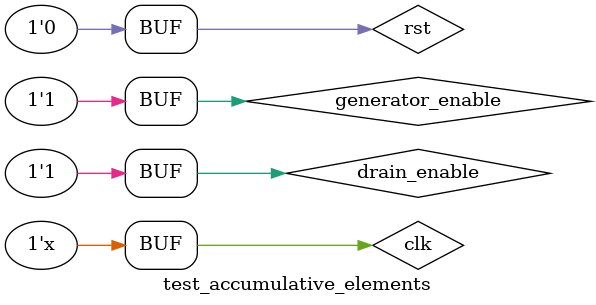
<source format=sv>
`timescale 1ns / 1ps

module test_accumulative_elements;
	parameter PERIOD=10;
	parameter DATA_WIDTH=16;
	parameter OUT_WIDTH=16;
	parameter BLOCK_SIZE_LOG=8;
	parameter IS_SIGNED=0;
	parameter USE_ACC=0;
	parameter USE_AVG=1;
	
	//controls
	reg clk, rst;
	reg generator_enable;
	reg drain_enable;
	//inputs
	wire gen_valid, gen_ready;
	wire[DATA_WIDTH-1:0] gen_data;
	//wired outputs
	wire acc_ready;
	wire acc_valid;
	wire[OUT_WIDTH-1:0] acc_data;
	
	
	
	helper_axis_generator #(.DATA_WIDTH(DATA_WIDTH), .RANDOM(0)) GEN_0
		(
			.clk(clk), .rst(rst), .enable(generator_enable),
			.output_valid(gen_valid),
			.output_data(gen_data),
			.output_ready(gen_ready)
		);
		
	if (USE_ACC == 1) begin: gen_accumulator
		axis_accumulator #(.DATA_WIDTH(DATA_WIDTH), .ACC_COUNT_LOG(BLOCK_SIZE_LOG), .ACC_COUNT(2**BLOCK_SIZE_LOG), .IS_SIGNED(IS_SIGNED)) acc
			(
				.clk(clk), .rst(rst),
				.input_valid(gen_valid),
				.input_ready(gen_ready),
				.input_data(gen_data),
				.output_ready(acc_ready),
				.output_valid(acc_valid),
				.output_data(acc_data)
			);
	end

	if (USE_AVG == 1) begin: gen_averager
		axis_averager_pow2 #(.DATA_WIDTH(DATA_WIDTH), .ELEMENT_COUNT_LOG(BLOCK_SIZE_LOG), .IS_SIGNED(IS_SIGNED)) averager
			(
				.clk(clk), .rst(rst),
				.input_valid(gen_valid),
				.input_ready(gen_ready),
				.input_data(gen_data),
				.output_ready(acc_ready),
				.output_valid(acc_valid),
				.output_data(acc_data)
			);
	end
		
	helper_axis_drain #(.DATA_WIDTH(OUT_WIDTH)) DRAIN
		(
			.clk(clk), .rst(rst), .enable(drain_enable),
			.input_valid(acc_valid),
			.input_ready(acc_ready),
			.input_data(acc_data)
		);
	
	
	always #(PERIOD/2) clk = ~clk;

	
	initial begin
		clk = 1;
		rst = 1;
		generator_enable = 0;
		drain_enable = 0;
		
		#(PERIOD)
		#(PERIOD/2);
		rst = 0;
		generator_enable = 1;
		
		#(PERIOD*10);
		drain_enable = 1;
		
		#(PERIOD*10);
		generator_enable = 0;
		
		#(PERIOD*10);
		generator_enable = 1;
	end

    
endmodule
</source>
